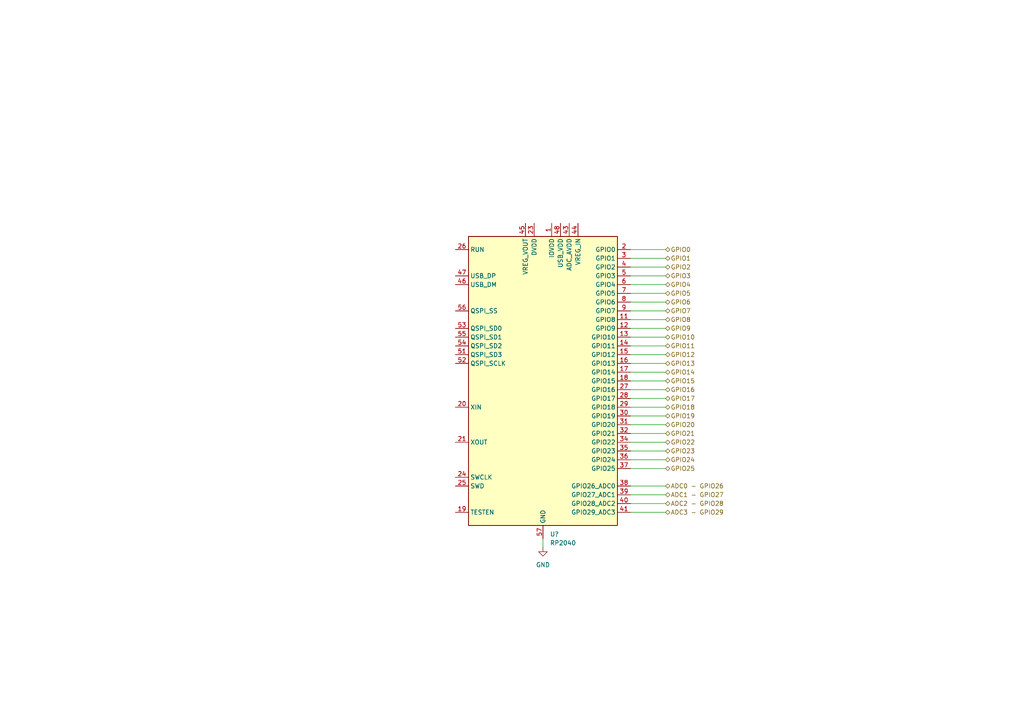
<source format=kicad_sch>
(kicad_sch (version 20211123) (generator eeschema)
  (paper "A4")
  (lib_symbols
    (symbol "MCU_RaspberryPi:RP2040"
      (property "Reference" "U" (at 17.78 45.72 0))
      (property "Value" "RP2040" (at 17.78 43.18 0))
      (symbol "RP2040_0_1"
        (rectangle (start -21.59 41.91) (end 21.59 -41.91) (stroke (width 0.254)) (fill (type background)))
      )
      (symbol "RP2040_1_1"
        (pin power_in line (at 2.54 45.72 270) (length 3.81) (name "IOVDD") (number "1"))
        (pin passive line (at 2.54 45.72 270) (length 3.81) hide (name "IOVDD") (number "10"))
        (pin bidirectional line (at 25.4 17.78 180) (length 3.81) (name "GPIO8") (number "11"))
        (pin bidirectional line (at 25.4 15.24 180) (length 3.81) (name "GPIO9") (number "12"))
        (pin bidirectional line (at 25.4 12.7 180) (length 3.81) (name "GPIO10") (number "13"))
        (pin bidirectional line (at 25.4 10.16 180) (length 3.81) (name "GPIO11") (number "14"))
        (pin bidirectional line (at 25.4 7.62 180) (length 3.81) (name "GPIO12") (number "15"))
        (pin bidirectional line (at 25.4 5.08 180) (length 3.81) (name "GPIO13") (number "16"))
        (pin bidirectional line (at 25.4 2.54 180) (length 3.81) (name "GPIO14") (number "17"))
        (pin bidirectional line (at 25.4 0 180) (length 3.81) (name "GPIO15") (number "18"))
        (pin input line (at -25.4 -38.1 0) (length 3.81) (name "TESTEN") (number "19"))
        (pin bidirectional line (at 25.4 38.1 180) (length 3.81) (name "GPIO0") (number "2"))
        (pin input line (at -25.4 -7.62 0) (length 3.81) (name "XIN") (number "20"))
        (pin passive line (at -25.4 -17.78 0) (length 3.81) (name "XOUT") (number "21"))
        (pin passive line (at 2.54 45.72 270) (length 3.81) hide (name "IOVDD") (number "22"))
        (pin power_in line (at -2.54 45.72 270) (length 3.81) (name "DVDD") (number "23"))
        (pin output line (at -25.4 -27.94 0) (length 3.81) (name "SWCLK") (number "24"))
        (pin bidirectional line (at -25.4 -30.48 0) (length 3.81) (name "SWD") (number "25"))
        (pin input line (at -25.4 38.1 0) (length 3.81) (name "RUN") (number "26"))
        (pin bidirectional line (at 25.4 -2.54 180) (length 3.81) (name "GPIO16") (number "27"))
        (pin bidirectional line (at 25.4 -5.08 180) (length 3.81) (name "GPIO17") (number "28"))
        (pin bidirectional line (at 25.4 -7.62 180) (length 3.81) (name "GPIO18") (number "29"))
        (pin bidirectional line (at 25.4 35.56 180) (length 3.81) (name "GPIO1") (number "3"))
        (pin bidirectional line (at 25.4 -10.16 180) (length 3.81) (name "GPIO19") (number "30"))
        (pin bidirectional line (at 25.4 -12.7 180) (length 3.81) (name "GPIO20") (number "31"))
        (pin bidirectional line (at 25.4 -15.24 180) (length 3.81) (name "GPIO21") (number "32"))
        (pin passive line (at 2.54 45.72 270) (length 3.81) hide (name "IOVDD") (number "33"))
        (pin bidirectional line (at 25.4 -17.78 180) (length 3.81) (name "GPIO22") (number "34"))
        (pin bidirectional line (at 25.4 -20.32 180) (length 3.81) (name "GPIO23") (number "35"))
        (pin bidirectional line (at 25.4 -22.86 180) (length 3.81) (name "GPIO24") (number "36"))
        (pin bidirectional line (at 25.4 -25.4 180) (length 3.81) (name "GPIO25") (number "37"))
        (pin bidirectional line (at 25.4 -30.48 180) (length 3.81) (name "GPIO26_ADC0") (number "38"))
        (pin bidirectional line (at 25.4 -33.02 180) (length 3.81) (name "GPIO27_ADC1") (number "39"))
        (pin bidirectional line (at 25.4 33.02 180) (length 3.81) (name "GPIO2") (number "4"))
        (pin bidirectional line (at 25.4 -35.56 180) (length 3.81) (name "GPIO28_ADC2") (number "40"))
        (pin bidirectional line (at 25.4 -38.1 180) (length 3.81) (name "GPIO29_ADC3") (number "41"))
        (pin passive line (at 2.54 45.72 270) (length 3.81) hide (name "IOVDD") (number "42"))
        (pin power_in line (at 7.62 45.72 270) (length 3.81) (name "ADC_AVDD") (number "43"))
        (pin power_in line (at 10.16 45.72 270) (length 3.81) (name "VREG_IN") (number "44"))
        (pin power_out line (at -5.08 45.72 270) (length 3.81) (name "VREG_VOUT") (number "45"))
        (pin bidirectional line (at -25.4 27.94 0) (length 3.81) (name "USB_DM") (number "46"))
        (pin bidirectional line (at -25.4 30.48 0) (length 3.81) (name "USB_DP") (number "47"))
        (pin power_in line (at 5.08 45.72 270) (length 3.81) (name "USB_VDD") (number "48"))
        (pin passive line (at 2.54 45.72 270) (length 3.81) hide (name "IOVDD") (number "49"))
        (pin bidirectional line (at 25.4 30.48 180) (length 3.81) (name "GPIO3") (number "5"))
        (pin passive line (at -2.54 45.72 270) (length 3.81) hide (name "DVDD") (number "50"))
        (pin bidirectional line (at -25.4 7.62 0) (length 3.81) (name "QSPI_SD3") (number "51"))
        (pin output line (at -25.4 5.08 0) (length 3.81) (name "QSPI_SCLK") (number "52"))
        (pin bidirectional line (at -25.4 15.24 0) (length 3.81) (name "QSPI_SD0") (number "53"))
        (pin bidirectional line (at -25.4 10.16 0) (length 3.81) (name "QSPI_SD2") (number "54"))
        (pin bidirectional line (at -25.4 12.7 0) (length 3.81) (name "QSPI_SD1") (number "55"))
        (pin bidirectional line (at -25.4 20.32 0) (length 3.81) (name "QSPI_SS") (number "56"))
        (pin power_in line (at 0 -45.72 90) (length 3.81) (name "GND") (number "57"))
        (pin bidirectional line (at 25.4 27.94 180) (length 3.81) (name "GPIO4") (number "6"))
        (pin bidirectional line (at 25.4 25.4 180) (length 3.81) (name "GPIO5") (number "7"))
        (pin bidirectional line (at 25.4 22.86 180) (length 3.81) (name "GPIO6") (number "8"))
        (pin bidirectional line (at 25.4 20.32 180) (length 3.81) (name "GPIO7") (number "9"))
      )
    )
    (symbol "power:GND" (power) (pin_names (offset 0))
      (property "Value" "GND" (at 0 -3.81 0))
      (symbol "GND_0_1"
        (polyline (pts (xy 0 0) (xy 0 -1.27) (xy 1.27 -1.27) (xy 0 -2.54) (xy -1.27 -1.27) (xy 0 -1.27)))
      )
      (symbol "GND_1_1"
        (pin power_in line (at 0 0 270) (length 0) hide (name "GND") (number "1"))
      )
    )
  )
  (wire (pts (xy 182.88 95.25) (xy 193.04 95.25)))
  (wire (pts (xy 182.88 102.87) (xy 193.04 102.87)))
  (wire (pts (xy 182.88 72.39) (xy 193.04 72.39)))
  (wire (pts (xy 182.88 135.89) (xy 193.04 135.89)))
  (wire (pts (xy 182.88 140.97) (xy 193.04 140.97)))
  (wire (pts (xy 182.88 113.03) (xy 193.04 113.03)))
  (wire (pts (xy 182.88 143.51) (xy 193.04 143.51)))
  (wire (pts (xy 182.88 120.65) (xy 193.04 120.65)))
  (wire (pts (xy 182.88 148.59) (xy 193.04 148.59)))
  (wire (pts (xy 182.88 92.71) (xy 193.04 92.71)))
  (wire (pts (xy 182.88 100.33) (xy 193.04 100.33)))
  (wire (pts (xy 182.88 77.47) (xy 193.04 77.47)))
  (wire (pts (xy 182.88 90.17) (xy 193.04 90.17)))
  (wire (pts (xy 182.88 110.49) (xy 193.04 110.49)))
  (wire (pts (xy 182.88 133.35) (xy 193.04 133.35)))
  (wire (pts (xy 182.88 115.57) (xy 193.04 115.57)))
  (wire (pts (xy 182.88 123.19) (xy 193.04 123.19)))
  (wire (pts (xy 182.88 146.05) (xy 193.04 146.05)))
  (wire (pts (xy 182.88 97.79) (xy 193.04 97.79)))
  (wire (pts (xy 182.88 87.63) (xy 193.04 87.63)))
  (wire (pts (xy 182.88 74.93) (xy 193.04 74.93)))
  (wire (pts (xy 182.88 85.09) (xy 193.04 85.09)))
  (wire (pts (xy 182.88 130.81) (xy 193.04 130.81)))
  (wire (pts (xy 182.88 128.27) (xy 193.04 128.27)))
  (wire (pts (xy 182.88 82.55) (xy 193.04 82.55)))
  (wire (pts (xy 182.88 107.95) (xy 193.04 107.95)))
  (wire (pts (xy 182.88 125.73) (xy 193.04 125.73)))
  (wire (pts (xy 182.88 80.01) (xy 193.04 80.01)))
  (wire (pts (xy 182.88 105.41) (xy 193.04 105.41)))
  (wire (pts (xy 182.88 118.11) (xy 193.04 118.11)))
  (wire (pts (xy 157.48 156.21) (xy 157.48 158.75)))
  (hierarchical_label "ADC0 - GPIO26" (shape bidirectional) (at 193.04 140.97 0))
  (hierarchical_label "GPIO24" (shape bidirectional) (at 193.04 133.35 0))
  (hierarchical_label "GPIO1" (shape bidirectional) (at 193.04 74.93 0))
  (hierarchical_label "GPIO10" (shape bidirectional) (at 193.04 97.79 0))
  (hierarchical_label "ADC2 - GPIO28" (shape bidirectional) (at 193.04 146.05 0))
  (hierarchical_label "GPIO0" (shape bidirectional) (at 193.04 72.39 0))
  (hierarchical_label "GPIO25" (shape bidirectional) (at 193.04 135.89 0))
  (hierarchical_label "GPIO13" (shape bidirectional) (at 193.04 105.41 0))
  (hierarchical_label "GPIO22" (shape bidirectional) (at 193.04 128.27 0))
  (hierarchical_label "GPIO20" (shape bidirectional) (at 193.04 123.19 0))
  (hierarchical_label "GPIO15" (shape bidirectional) (at 193.04 110.49 0))
  (hierarchical_label "GPIO17" (shape bidirectional) (at 193.04 115.57 0))
  (hierarchical_label "GPIO8" (shape bidirectional) (at 193.04 92.71 0))
  (hierarchical_label "GPIO4" (shape bidirectional) (at 193.04 82.55 0))
  (hierarchical_label "GPIO6" (shape bidirectional) (at 193.04 87.63 0))
  (hierarchical_label "GPIO3" (shape bidirectional) (at 193.04 80.01 0))
  (hierarchical_label "GPIO2" (shape bidirectional) (at 193.04 77.47 0))
  (hierarchical_label "GPIO16" (shape bidirectional) (at 193.04 113.03 0))
  (hierarchical_label "GPIO21" (shape bidirectional) (at 193.04 125.73 0))
  (hierarchical_label "ADC3 - GPIO29" (shape bidirectional) (at 193.04 148.59 0))
  (hierarchical_label "GPIO7" (shape bidirectional) (at 193.04 90.17 0))
  (hierarchical_label "GPIO5" (shape bidirectional) (at 193.04 85.09 0))
  (hierarchical_label "GPIO12" (shape bidirectional) (at 193.04 102.87 0))
  (hierarchical_label "GPIO11" (shape bidirectional) (at 193.04 100.33 0))
  (hierarchical_label "GPIO23" (shape bidirectional) (at 193.04 130.81 0))
  (hierarchical_label "GPIO18" (shape bidirectional) (at 193.04 118.11 0))
  (hierarchical_label "GPIO14" (shape bidirectional) (at 193.04 107.95 0))
  (hierarchical_label "GPIO19" (shape bidirectional) (at 193.04 120.65 0))
  (hierarchical_label "ADC1 - GPIO27" (shape bidirectional) (at 193.04 143.51 0))
  (hierarchical_label "GPIO9" (shape bidirectional) (at 193.04 95.25 0))
  (symbol (lib_id "power:GND") (at 157.48 158.75 0) (unit 1)
    (property "Reference" "#PWR?" (effects hide))
    (property "Value" "GND" (at 157.48 163.83 0))
  )
  (symbol (lib_id "MCU_RaspberryPi:RP2040") (at 157.48 110.49 0) (unit 1)
    (property "Reference" "U?" (at 159.4994 154.94 0) (effects (justify left)))
    (property "Value" "RP2040" (at 159.4994 157.48 0) (effects (justify left)))
    (property "Footprint" "Package_DFN_QFN:QFN-56-1EP_7x7mm_P0.4mm_EP3.2x3.2mm" (effects hide))
    (property "Datasheet" "https://datasheets.raspberrypi.com/rp2040/rp2040-datasheet.pdf" (effects hide))
  )
)
</source>
